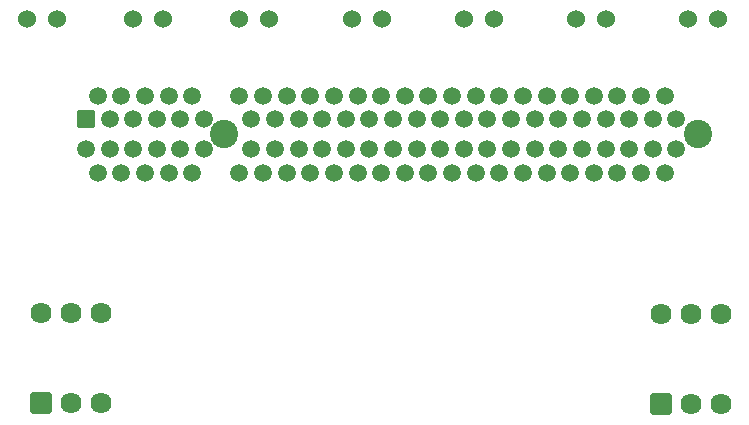
<source format=gbr>
%TF.GenerationSoftware,KiCad,Pcbnew,8.0.1*%
%TF.CreationDate,2024-04-16T20:26:48-05:00*%
%TF.ProjectId,PCB_Test_Jig,5043425f-5465-4737-945f-4a69672e6b69,rev?*%
%TF.SameCoordinates,Original*%
%TF.FileFunction,Soldermask,Bot*%
%TF.FilePolarity,Negative*%
%FSLAX46Y46*%
G04 Gerber Fmt 4.6, Leading zero omitted, Abs format (unit mm)*
G04 Created by KiCad (PCBNEW 8.0.1) date 2024-04-16 20:26:48*
%MOMM*%
%LPD*%
G01*
G04 APERTURE LIST*
G04 Aperture macros list*
%AMRoundRect*
0 Rectangle with rounded corners*
0 $1 Rounding radius*
0 $2 $3 $4 $5 $6 $7 $8 $9 X,Y pos of 4 corners*
0 Add a 4 corners polygon primitive as box body*
4,1,4,$2,$3,$4,$5,$6,$7,$8,$9,$2,$3,0*
0 Add four circle primitives for the rounded corners*
1,1,$1+$1,$2,$3*
1,1,$1+$1,$4,$5*
1,1,$1+$1,$6,$7*
1,1,$1+$1,$8,$9*
0 Add four rect primitives between the rounded corners*
20,1,$1+$1,$2,$3,$4,$5,0*
20,1,$1+$1,$4,$5,$6,$7,0*
20,1,$1+$1,$6,$7,$8,$9,0*
20,1,$1+$1,$8,$9,$2,$3,0*%
G04 Aperture macros list end*
%ADD10C,1.524000*%
%ADD11RoundRect,0.102000X-0.790000X-0.790000X0.790000X-0.790000X0.790000X0.790000X-0.790000X0.790000X0*%
%ADD12C,1.784000*%
%ADD13C,2.400000*%
%ADD14RoundRect,0.102000X-0.644000X-0.644000X0.644000X-0.644000X0.644000X0.644000X-0.644000X0.644000X0*%
%ADD15C,1.492000*%
G04 APERTURE END LIST*
D10*
X100000000Y-33500000D03*
X97460000Y-33500000D03*
X81040000Y-33500000D03*
X78500000Y-33500000D03*
X44040000Y-33500000D03*
X41500000Y-33500000D03*
X71540000Y-33500000D03*
X69000000Y-33500000D03*
X62040000Y-33500000D03*
X59500000Y-33500000D03*
D11*
X42710000Y-66000000D03*
D12*
X42710000Y-58380000D03*
X45250000Y-66000000D03*
X45250000Y-58380000D03*
X47790000Y-66000000D03*
X47790000Y-58380000D03*
D13*
X58150000Y-43250000D03*
X98300000Y-43250000D03*
D14*
X46500000Y-42000000D03*
D15*
X47500000Y-40000000D03*
X48500000Y-42000000D03*
X49500000Y-40000000D03*
X50500000Y-42000000D03*
X51500000Y-40000000D03*
X52500000Y-42000000D03*
X53500000Y-40000000D03*
X54500000Y-42000000D03*
X55500000Y-40000000D03*
X56500000Y-42000000D03*
X59500000Y-40000000D03*
X60500000Y-42000000D03*
X61500000Y-40000000D03*
X62500000Y-42000000D03*
X63500000Y-40000000D03*
X64500000Y-42000000D03*
X65500000Y-40000000D03*
X66500000Y-42000000D03*
X67500000Y-40000000D03*
X68500000Y-42000000D03*
X69500000Y-40000000D03*
X70500000Y-42000000D03*
X71500000Y-40000000D03*
X72500000Y-42000000D03*
X73500000Y-40000000D03*
X74500000Y-42000000D03*
X75500000Y-40000000D03*
X76500000Y-42000000D03*
X77500000Y-40000000D03*
X78500000Y-42000000D03*
X79500000Y-40000000D03*
X80500000Y-42000000D03*
X81500000Y-40000000D03*
X82500000Y-42000000D03*
X83500000Y-40000000D03*
X84500000Y-42000000D03*
X85500000Y-40000000D03*
X86500000Y-42000000D03*
X87500000Y-40000000D03*
X88500000Y-42000000D03*
X89500000Y-40000000D03*
X90500000Y-42000000D03*
X91500000Y-40000000D03*
X92500000Y-42000000D03*
X93500000Y-40000000D03*
X94500000Y-42000000D03*
X95500000Y-40000000D03*
X96500000Y-42000000D03*
X46500000Y-44500000D03*
X47500000Y-46500000D03*
X48500000Y-44500000D03*
X49500000Y-46500000D03*
X50500000Y-44500000D03*
X51500000Y-46500000D03*
X52500000Y-44500000D03*
X53500000Y-46500000D03*
X54500000Y-44500000D03*
X55500000Y-46500000D03*
X56500000Y-44500000D03*
X59500000Y-46500000D03*
X60500000Y-44500000D03*
X61500000Y-46500000D03*
X62500000Y-44500000D03*
X63500000Y-46500000D03*
X64500000Y-44500000D03*
X65500000Y-46500000D03*
X66500000Y-44500000D03*
X67500000Y-46500000D03*
X68500000Y-44500000D03*
X69500000Y-46500000D03*
X70500000Y-44500000D03*
X71500000Y-46500000D03*
X72500000Y-44500000D03*
X73500000Y-46500000D03*
X74500000Y-44500000D03*
X75500000Y-46500000D03*
X76500000Y-44500000D03*
X77500000Y-46500000D03*
X78500000Y-44500000D03*
X79500000Y-46500000D03*
X80500000Y-44500000D03*
X81500000Y-46500000D03*
X82500000Y-44500000D03*
X83500000Y-46500000D03*
X84500000Y-44500000D03*
X85500000Y-46500000D03*
X86500000Y-44500000D03*
X87500000Y-46500000D03*
X88500000Y-44500000D03*
X89500000Y-46500000D03*
X90500000Y-44500000D03*
X91500000Y-46500000D03*
X92500000Y-44500000D03*
X93500000Y-46500000D03*
X94500000Y-44500000D03*
X95500000Y-46500000D03*
X96500000Y-44500000D03*
D11*
X95210000Y-66120000D03*
D12*
X95210000Y-58500000D03*
X97750000Y-66120000D03*
X97750000Y-58500000D03*
X100290000Y-66120000D03*
X100290000Y-58500000D03*
D10*
X90540000Y-33500000D03*
X88000000Y-33500000D03*
X53040000Y-33500000D03*
X50500000Y-33500000D03*
M02*

</source>
